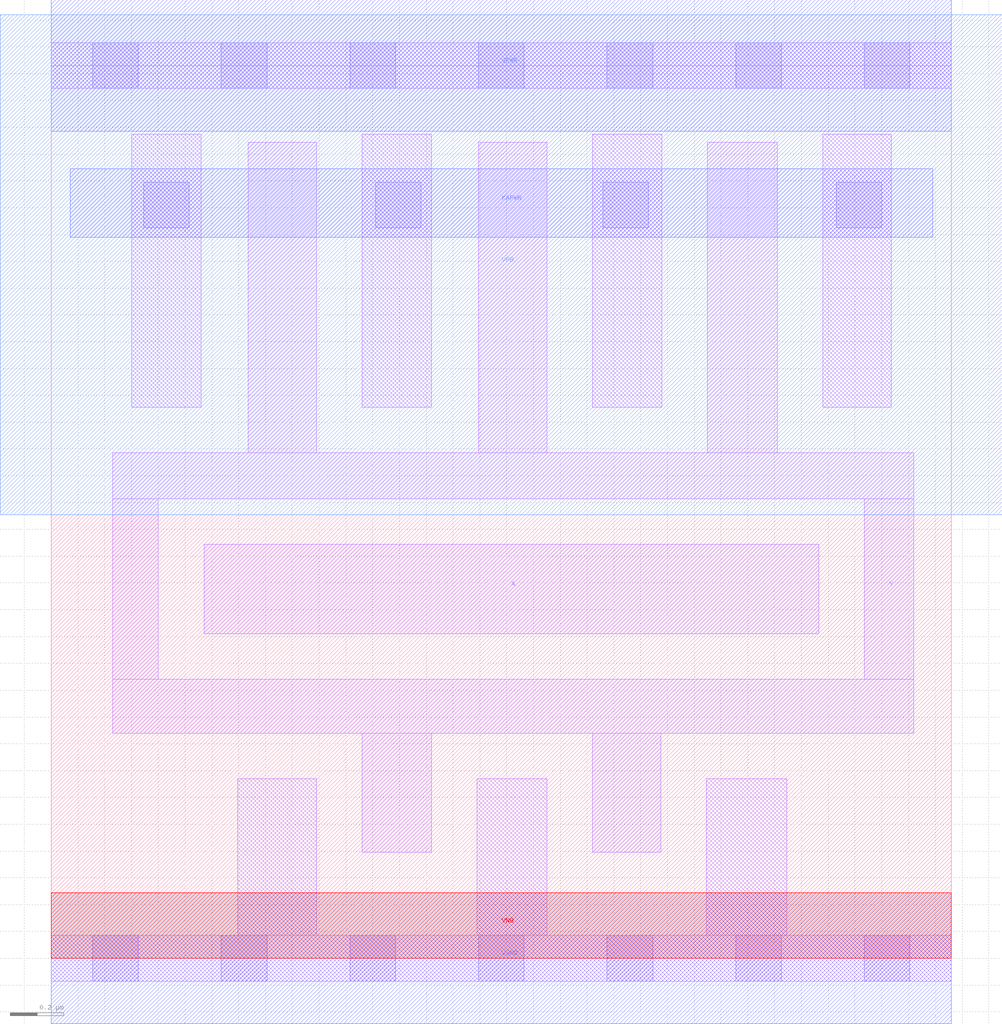
<source format=lef>
# Copyright 2020 The SkyWater PDK Authors
#
# Licensed under the Apache License, Version 2.0 (the "License");
# you may not use this file except in compliance with the License.
# You may obtain a copy of the License at
#
#     https://www.apache.org/licenses/LICENSE-2.0
#
# Unless required by applicable law or agreed to in writing, software
# distributed under the License is distributed on an "AS IS" BASIS,
# WITHOUT WARRANTIES OR CONDITIONS OF ANY KIND, either express or implied.
# See the License for the specific language governing permissions and
# limitations under the License.
#
# SPDX-License-Identifier: Apache-2.0

VERSION 5.7 ;
  NOWIREEXTENSIONATPIN ON ;
  DIVIDERCHAR "/" ;
  BUSBITCHARS "[]" ;
MACRO sky130_fd_sc_lp__invkapwr_4
  CLASS CORE ;
  FOREIGN sky130_fd_sc_lp__invkapwr_4 ;
  ORIGIN  0.000000  0.000000 ;
  SIZE  3.360000 BY  3.330000 ;
  SYMMETRY X Y ;
  SITE unit ;
  PIN A
    ANTENNAGATEAREA  1.386000 ;
    DIRECTION INPUT ;
    USE SIGNAL ;
    PORT
      LAYER li1 ;
        RECT 0.570000 1.210000 2.865000 1.545000 ;
    END
  END A
  PIN Y
    ANTENNADIFFAREA  1.293600 ;
    DIRECTION OUTPUT ;
    USE SIGNAL ;
    PORT
      LAYER li1 ;
        RECT 0.230000 0.840000 3.220000 1.040000 ;
        RECT 0.230000 1.040000 0.400000 1.715000 ;
        RECT 0.230000 1.715000 3.220000 1.885000 ;
        RECT 0.735000 1.885000 0.990000 3.045000 ;
        RECT 1.160000 0.395000 1.420000 0.840000 ;
        RECT 1.595000 1.885000 1.850000 3.045000 ;
        RECT 2.020000 0.395000 2.275000 0.840000 ;
        RECT 2.450000 1.885000 2.710000 3.045000 ;
        RECT 3.035000 1.040000 3.220000 1.715000 ;
    END
  END Y
  PIN KAPWR
    DIRECTION INOUT ;
    USE POWER ;
    PORT
      LAYER met1 ;
        RECT 0.070000 2.690000 3.290000 2.945000 ;
    END
  END KAPWR
  PIN VGND
    DIRECTION INOUT ;
    USE GROUND ;
    PORT
      LAYER met1 ;
        RECT 0.000000 -0.245000 3.360000 0.245000 ;
    END
  END VGND
  PIN VNB
    DIRECTION INOUT ;
    USE GROUND ;
    PORT
      LAYER pwell ;
        RECT 0.000000 0.000000 3.360000 0.245000 ;
    END
  END VNB
  PIN VPB
    DIRECTION INOUT ;
    USE POWER ;
    PORT
      LAYER nwell ;
        RECT -0.190000 1.655000 3.550000 3.520000 ;
    END
  END VPB
  PIN VPWR
    DIRECTION INOUT ;
    USE POWER ;
    PORT
      LAYER met1 ;
        RECT 0.000000 3.085000 3.360000 3.575000 ;
    END
  END VPWR
  OBS
    LAYER li1 ;
      RECT 0.000000 -0.085000 3.360000 0.085000 ;
      RECT 0.000000  3.245000 3.360000 3.415000 ;
      RECT 0.300000  2.055000 0.560000 3.075000 ;
      RECT 0.695000  0.085000 0.990000 0.670000 ;
      RECT 1.160000  2.055000 1.420000 3.075000 ;
      RECT 1.590000  0.085000 1.850000 0.670000 ;
      RECT 2.020000  2.055000 2.280000 3.075000 ;
      RECT 2.445000  0.085000 2.745000 0.670000 ;
      RECT 2.880000  2.055000 3.135000 3.075000 ;
    LAYER mcon ;
      RECT 0.155000 -0.085000 0.325000 0.085000 ;
      RECT 0.155000  3.245000 0.325000 3.415000 ;
      RECT 0.345000  2.725000 0.515000 2.895000 ;
      RECT 0.635000 -0.085000 0.805000 0.085000 ;
      RECT 0.635000  3.245000 0.805000 3.415000 ;
      RECT 1.115000 -0.085000 1.285000 0.085000 ;
      RECT 1.115000  3.245000 1.285000 3.415000 ;
      RECT 1.210000  2.725000 1.380000 2.895000 ;
      RECT 1.595000 -0.085000 1.765000 0.085000 ;
      RECT 1.595000  3.245000 1.765000 3.415000 ;
      RECT 2.060000  2.725000 2.230000 2.895000 ;
      RECT 2.075000 -0.085000 2.245000 0.085000 ;
      RECT 2.075000  3.245000 2.245000 3.415000 ;
      RECT 2.555000 -0.085000 2.725000 0.085000 ;
      RECT 2.555000  3.245000 2.725000 3.415000 ;
      RECT 2.930000  2.725000 3.100000 2.895000 ;
      RECT 3.035000 -0.085000 3.205000 0.085000 ;
      RECT 3.035000  3.245000 3.205000 3.415000 ;
  END
END sky130_fd_sc_lp__invkapwr_4
END LIBRARY

</source>
